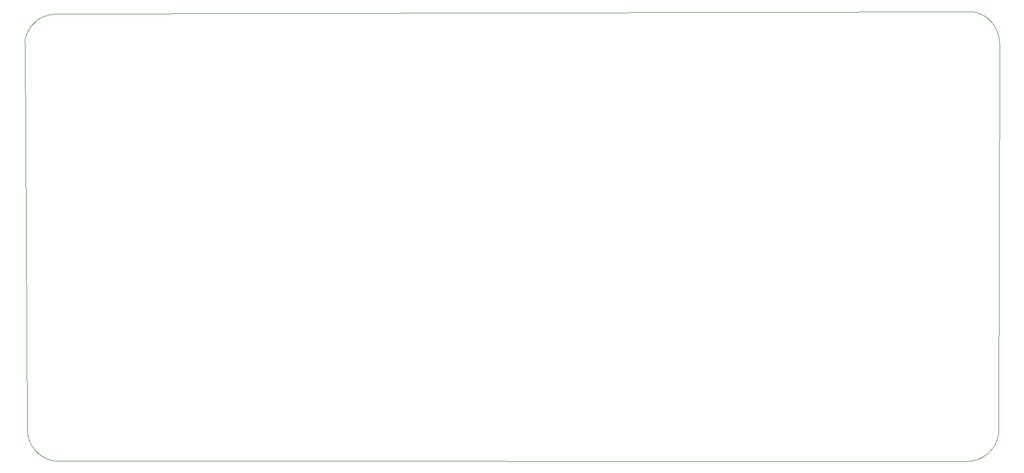
<source format=gbr>
%TF.GenerationSoftware,KiCad,Pcbnew,7.0.10*%
%TF.CreationDate,2024-04-05T03:10:35+02:00*%
%TF.ProjectId,Projet_PAZ,50726f6a-6574-45f5-9041-5a2e6b696361,rev?*%
%TF.SameCoordinates,Original*%
%TF.FileFunction,Profile,NP*%
%FSLAX46Y46*%
G04 Gerber Fmt 4.6, Leading zero omitted, Abs format (unit mm)*
G04 Created by KiCad (PCBNEW 7.0.10) date 2024-04-05 03:10:35*
%MOMM*%
%LPD*%
G01*
G04 APERTURE LIST*
%TA.AperFunction,Profile*%
%ADD10C,0.100000*%
%TD*%
G04 APERTURE END LIST*
D10*
X90072690Y-62029655D02*
X229872635Y-61640989D01*
X85255989Y-66282365D02*
X85660005Y-125534991D01*
X90072690Y-62029655D02*
G75*
G03*
X85255989Y-66282365I101J-4854213D01*
G01*
X234125345Y-66457690D02*
X233985379Y-126156419D01*
X234125345Y-66457690D02*
G75*
G03*
X229872635Y-61640989I-4854213J-101D01*
G01*
X89912715Y-130351692D02*
X229168678Y-130409129D01*
X85660005Y-125534991D02*
G75*
G03*
X89912715Y-130351692I4854213J101D01*
G01*
X229168678Y-130409129D02*
G75*
G03*
X233985379Y-126156419I-100J4854212D01*
G01*
M02*

</source>
